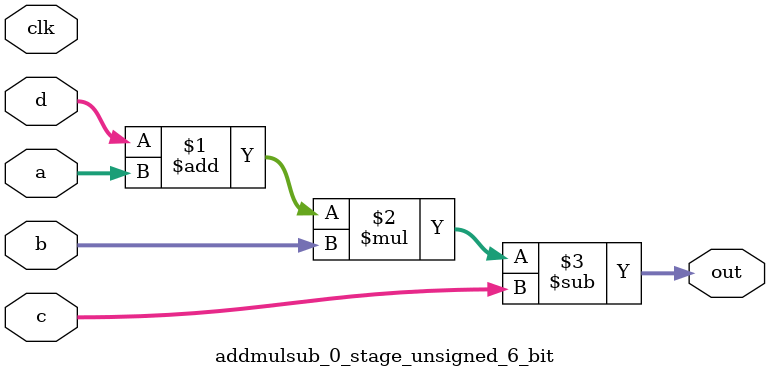
<source format=sv>
(* use_dsp = "yes" *) module addmulsub_0_stage_unsigned_6_bit(
	input  [5:0] a,
	input  [5:0] b,
	input  [5:0] c,
	input  [5:0] d,
	output [5:0] out,
	input clk);

	assign out = ((d + a) * b) - c;
endmodule

</source>
